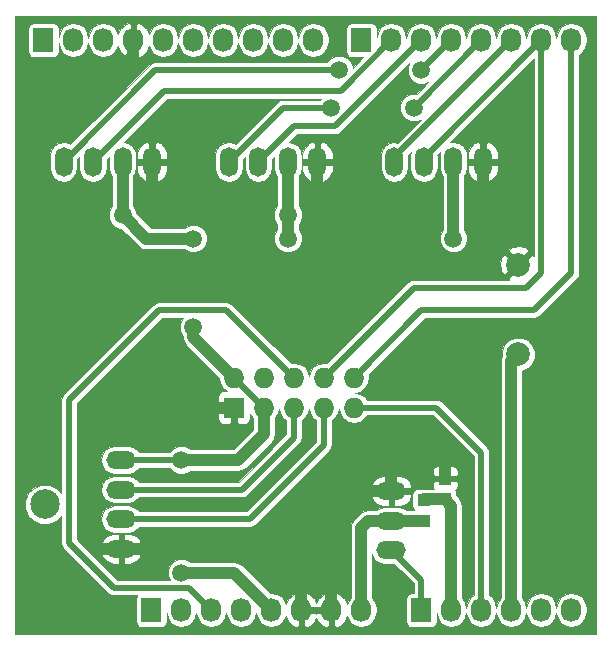
<source format=gbr>
G04 #@! TF.FileFunction,Copper,L2,Bot,Signal*
%FSLAX46Y46*%
G04 Gerber Fmt 4.6, Leading zero omitted, Abs format (unit mm)*
G04 Created by KiCad (PCBNEW 4.0.2-stable) date 2016/05/27 19:37:09*
%MOMM*%
G01*
G04 APERTURE LIST*
%ADD10C,0.100000*%
%ADD11O,2.500000X1.500000*%
%ADD12R,1.727200X1.727200*%
%ADD13O,1.727200X1.727200*%
%ADD14O,1.500000X2.500000*%
%ADD15C,2.500000*%
%ADD16C,2.000000*%
%ADD17R,1.080000X1.050000*%
%ADD18R,1.727200X2.032000*%
%ADD19O,1.727200X2.032000*%
%ADD20C,1.500000*%
%ADD21C,0.500000*%
%ADD22C,1.000000*%
%ADD23C,0.025400*%
G04 APERTURE END LIST*
D10*
D11*
X159258000Y-118745000D03*
X159258000Y-116245000D03*
X159258000Y-113745000D03*
D12*
X145923000Y-106680000D03*
D13*
X145923000Y-104140000D03*
X148463000Y-106680000D03*
X148463000Y-104140000D03*
X151003000Y-106680000D03*
X151003000Y-104140000D03*
X153543000Y-106680000D03*
X153543000Y-104140000D03*
X156083000Y-106680000D03*
X156083000Y-104140000D03*
D14*
X131498000Y-85865000D03*
X133998000Y-85865000D03*
X136498000Y-85865000D03*
X138998000Y-85865000D03*
X145498000Y-85865000D03*
X147998000Y-85865000D03*
X150498000Y-85865000D03*
X152998000Y-85865000D03*
X159498000Y-85865000D03*
X161998000Y-85865000D03*
X164498000Y-85865000D03*
X166998000Y-85865000D03*
D11*
X136398000Y-111125000D03*
X136398000Y-113625000D03*
X136398000Y-116125000D03*
X136398000Y-118625000D03*
D15*
X129898000Y-114875000D03*
D16*
X169998000Y-102164840D03*
X169998000Y-94565160D03*
D17*
X161998000Y-116240000D03*
X161998000Y-114490000D03*
X163798000Y-114440000D03*
X163798000Y-112690000D03*
D18*
X138938000Y-123825000D03*
D19*
X141478000Y-123825000D03*
X144018000Y-123825000D03*
X146558000Y-123825000D03*
X149098000Y-123825000D03*
X151638000Y-123825000D03*
X154178000Y-123825000D03*
X156718000Y-123825000D03*
D18*
X161798000Y-123825000D03*
D19*
X164338000Y-123825000D03*
X166878000Y-123825000D03*
X169418000Y-123825000D03*
X171958000Y-123825000D03*
X174498000Y-123825000D03*
D18*
X129794000Y-75565000D03*
D19*
X132334000Y-75565000D03*
X134874000Y-75565000D03*
X137414000Y-75565000D03*
X139954000Y-75565000D03*
X142494000Y-75565000D03*
X145034000Y-75565000D03*
X147574000Y-75565000D03*
X150114000Y-75565000D03*
X152654000Y-75565000D03*
D18*
X156718000Y-75565000D03*
D19*
X159258000Y-75565000D03*
X161798000Y-75565000D03*
X164338000Y-75565000D03*
X166878000Y-75565000D03*
X169418000Y-75565000D03*
X171958000Y-75565000D03*
X174498000Y-75565000D03*
D20*
X142498000Y-99865000D03*
X142498000Y-92365000D03*
X164498000Y-92365000D03*
X150498000Y-92365000D03*
X150498000Y-90365000D03*
X136498000Y-90365000D03*
X141478000Y-111125000D03*
X141478000Y-120650000D03*
X161798000Y-78105000D03*
X154813000Y-78105000D03*
X161163000Y-81280000D03*
X154178000Y-81280000D03*
D21*
X139573000Y-98425000D02*
X145288000Y-98425000D01*
X142113000Y-121920000D02*
X135763000Y-121920000D01*
X135763000Y-121920000D02*
X131953000Y-118110000D01*
X131953000Y-118110000D02*
X131953000Y-106045000D01*
X144018000Y-123825000D02*
X142113000Y-121920000D01*
X139573000Y-98425000D02*
X131953000Y-106045000D01*
X145288000Y-98425000D02*
X151003000Y-104140000D01*
D22*
X136498000Y-90365000D02*
X138498000Y-92365000D01*
X142498000Y-100715000D02*
X145923000Y-104140000D01*
X142498000Y-99865000D02*
X142498000Y-100715000D01*
X138498000Y-92365000D02*
X142498000Y-92365000D01*
X150498000Y-90365000D02*
X150498000Y-92365000D01*
X164498000Y-92365000D02*
X164498000Y-85865000D01*
X136498000Y-85865000D02*
X136498000Y-90365000D01*
X150498000Y-90365000D02*
X150498000Y-85865000D01*
X148463000Y-106680000D02*
X148463000Y-108950000D01*
X146288000Y-111125000D02*
X141478000Y-111125000D01*
X148463000Y-108950000D02*
X146288000Y-111125000D01*
D21*
X145923000Y-104140000D02*
X148463000Y-106680000D01*
D22*
X149098000Y-123825000D02*
X145923000Y-120650000D01*
X145923000Y-120650000D02*
X141478000Y-120650000D01*
D21*
X136318000Y-85725000D02*
X136398000Y-85805000D01*
X136398000Y-111125000D02*
X141478000Y-111125000D01*
D22*
X159258000Y-113745000D02*
X159258000Y-111205000D01*
X163798000Y-111265000D02*
X163798000Y-112690000D01*
X162198000Y-109665000D02*
X163798000Y-111265000D01*
X160798000Y-109665000D02*
X162198000Y-109665000D01*
X159258000Y-111205000D02*
X160798000Y-109665000D01*
D21*
X169998000Y-94565160D02*
X168297840Y-92865000D01*
X168297840Y-92865000D02*
X166998000Y-92865000D01*
D22*
X137414000Y-75565000D02*
X137414000Y-76949000D01*
X137414000Y-76949000D02*
X129498000Y-84865000D01*
X138998000Y-85865000D02*
X138998000Y-88865000D01*
X139998000Y-89865000D02*
X142998000Y-89865000D01*
X138998000Y-88865000D02*
X139998000Y-89865000D01*
X152998000Y-85865000D02*
X152998000Y-92865000D01*
X152998000Y-92865000D02*
X150998000Y-94865000D01*
X147998000Y-94865000D02*
X134498000Y-94865000D01*
X134498000Y-94865000D02*
X129498000Y-89865000D01*
X129498000Y-89865000D02*
X129498000Y-84865000D01*
X151998000Y-94865000D02*
X150998000Y-94865000D01*
X150998000Y-94865000D02*
X147998000Y-94865000D01*
X147998000Y-94865000D02*
X142998000Y-89865000D01*
X166998000Y-85865000D02*
X166998000Y-92865000D01*
X164998000Y-94865000D02*
X151998000Y-94865000D01*
X166998000Y-92865000D02*
X164998000Y-94865000D01*
X159258000Y-113745000D02*
X156638000Y-113745000D01*
X154178000Y-116205000D02*
X154178000Y-123825000D01*
X156638000Y-113745000D02*
X154178000Y-116205000D01*
X133223000Y-111125000D02*
X137668000Y-106680000D01*
X133223000Y-117475000D02*
X133223000Y-111125000D01*
X137668000Y-106680000D02*
X145923000Y-106680000D01*
X136398000Y-118625000D02*
X148978000Y-118625000D01*
X151638000Y-121285000D02*
X151638000Y-123825000D01*
X148978000Y-118625000D02*
X151638000Y-121285000D01*
X133223000Y-117475000D02*
X134373000Y-118625000D01*
X134373000Y-118625000D02*
X136398000Y-118625000D01*
D21*
X136398000Y-118625000D02*
X134373000Y-118625000D01*
X134373000Y-118625000D02*
X133223000Y-117475000D01*
X151638000Y-123825000D02*
X154178000Y-123825000D01*
D22*
X159258000Y-116245000D02*
X161993000Y-116245000D01*
X161993000Y-116245000D02*
X161998000Y-116240000D01*
X159258000Y-116245000D02*
X157313000Y-116245000D01*
X156718000Y-116840000D02*
X156718000Y-123825000D01*
X157313000Y-116245000D02*
X156718000Y-116840000D01*
D21*
X156718000Y-123825000D02*
X156758000Y-123785000D01*
X159258000Y-118745000D02*
X161798000Y-121285000D01*
X161798000Y-121285000D02*
X161798000Y-123825000D01*
D22*
X164338000Y-123825000D02*
X164338000Y-114980000D01*
X164338000Y-114980000D02*
X163798000Y-114440000D01*
X161998000Y-114490000D02*
X162048000Y-114440000D01*
X162048000Y-114440000D02*
X163798000Y-114440000D01*
D21*
X159258000Y-75565000D02*
X154958000Y-79865000D01*
X139998000Y-79865000D02*
X133998000Y-85865000D01*
X154958000Y-79865000D02*
X139998000Y-79865000D01*
X147998000Y-85865000D02*
X150998000Y-82865000D01*
X154498000Y-82865000D02*
X161798000Y-75565000D01*
X150998000Y-82865000D02*
X154498000Y-82865000D01*
X154813000Y-78105000D02*
X139258000Y-78105000D01*
X164338000Y-75565000D02*
X161798000Y-78105000D01*
X139258000Y-78105000D02*
X131498000Y-85865000D01*
X154178000Y-81280000D02*
X150083000Y-81280000D01*
X166878000Y-75565000D02*
X161163000Y-81280000D01*
X150083000Y-81280000D02*
X145498000Y-85865000D01*
X159498000Y-85865000D02*
X159498000Y-85485000D01*
X159498000Y-85485000D02*
X169418000Y-75565000D01*
X153543000Y-104140000D02*
X161163000Y-96520000D01*
X171958000Y-95250000D02*
X171958000Y-75565000D01*
X170688000Y-96520000D02*
X171958000Y-95250000D01*
X161163000Y-96520000D02*
X170688000Y-96520000D01*
X161998000Y-85865000D02*
X161998000Y-85525000D01*
X161998000Y-85525000D02*
X171958000Y-75565000D01*
X161758000Y-85725000D02*
X161798000Y-85725000D01*
X156083000Y-104140000D02*
X161798000Y-98425000D01*
X174498000Y-95250000D02*
X174498000Y-75565000D01*
X171323000Y-98425000D02*
X174498000Y-95250000D01*
X161798000Y-98425000D02*
X171323000Y-98425000D01*
X151003000Y-106680000D02*
X151003000Y-109220000D01*
X146598000Y-113625000D02*
X136398000Y-113625000D01*
X151003000Y-109220000D02*
X146598000Y-113625000D01*
X136398000Y-116125000D02*
X147273000Y-116125000D01*
X153543000Y-109855000D02*
X153543000Y-106680000D01*
X147273000Y-116125000D02*
X153543000Y-109855000D01*
X156083000Y-106680000D02*
X163068000Y-106680000D01*
X166878000Y-110490000D02*
X166878000Y-123825000D01*
X163068000Y-106680000D02*
X166878000Y-110490000D01*
D22*
X169418000Y-123825000D02*
X169418000Y-102744840D01*
X169418000Y-102744840D02*
X169998000Y-102164840D01*
D23*
G36*
X176550300Y-125877300D02*
X127360700Y-125877300D01*
X127360700Y-115204280D01*
X128235012Y-115204280D01*
X128487610Y-115815613D01*
X128954927Y-116283746D01*
X129565818Y-116537411D01*
X130227280Y-116537988D01*
X130838613Y-116285390D01*
X131290300Y-115834490D01*
X131290300Y-118110000D01*
X131340745Y-118363605D01*
X131484400Y-118578600D01*
X135294398Y-122388597D01*
X135294400Y-122388600D01*
X135509396Y-122532255D01*
X135763000Y-122582701D01*
X135763005Y-122582700D01*
X137729534Y-122582700D01*
X137686767Y-122645291D01*
X137653615Y-122809000D01*
X137653615Y-124841000D01*
X137682392Y-124993937D01*
X137772778Y-125134401D01*
X137910691Y-125228633D01*
X138074400Y-125261785D01*
X139801600Y-125261785D01*
X139954537Y-125233008D01*
X140095001Y-125142622D01*
X140189233Y-125004709D01*
X140222385Y-124841000D01*
X140222385Y-124109380D01*
X140298853Y-124493809D01*
X140575520Y-124907870D01*
X140989581Y-125184537D01*
X141478000Y-125281690D01*
X141966419Y-125184537D01*
X142380480Y-124907870D01*
X142657147Y-124493809D01*
X142748000Y-124037062D01*
X142838853Y-124493809D01*
X143115520Y-124907870D01*
X143529581Y-125184537D01*
X144018000Y-125281690D01*
X144506419Y-125184537D01*
X144920480Y-124907870D01*
X145197147Y-124493809D01*
X145288000Y-124037062D01*
X145378853Y-124493809D01*
X145655520Y-124907870D01*
X146069581Y-125184537D01*
X146558000Y-125281690D01*
X147046419Y-125184537D01*
X147460480Y-124907870D01*
X147737147Y-124493809D01*
X147828000Y-124037062D01*
X147918853Y-124493809D01*
X148195520Y-124907870D01*
X148609581Y-125184537D01*
X149098000Y-125281690D01*
X149586419Y-125184537D01*
X150000480Y-124907870D01*
X150277147Y-124493809D01*
X150311138Y-124322925D01*
X150510759Y-124772438D01*
X150900813Y-125143296D01*
X151186434Y-125285977D01*
X151396700Y-125208092D01*
X151396700Y-124066300D01*
X151879300Y-124066300D01*
X151879300Y-125208092D01*
X152089566Y-125285977D01*
X152375187Y-125143296D01*
X152765241Y-124772438D01*
X152908000Y-124450969D01*
X153050759Y-124772438D01*
X153440813Y-125143296D01*
X153726434Y-125285977D01*
X153936700Y-125208092D01*
X153936700Y-124066300D01*
X152931638Y-124066300D01*
X152908000Y-124117289D01*
X152884362Y-124066300D01*
X151879300Y-124066300D01*
X151396700Y-124066300D01*
X151376700Y-124066300D01*
X151376700Y-123583700D01*
X151396700Y-123583700D01*
X151396700Y-122441908D01*
X151879300Y-122441908D01*
X151879300Y-123583700D01*
X152884362Y-123583700D01*
X152908000Y-123532711D01*
X152931638Y-123583700D01*
X153936700Y-123583700D01*
X153936700Y-122441908D01*
X153726434Y-122364023D01*
X153440813Y-122506704D01*
X153050759Y-122877562D01*
X152908000Y-123199031D01*
X152765241Y-122877562D01*
X152375187Y-122506704D01*
X152089566Y-122364023D01*
X151879300Y-122441908D01*
X151396700Y-122441908D01*
X151186434Y-122364023D01*
X150900813Y-122506704D01*
X150510759Y-122877562D01*
X150311138Y-123327075D01*
X150277147Y-123156191D01*
X150000480Y-122742130D01*
X149586419Y-122465463D01*
X149098000Y-122368310D01*
X148959593Y-122395841D01*
X146568376Y-120004624D01*
X146272275Y-119806775D01*
X145923000Y-119737300D01*
X142209765Y-119737300D01*
X142137477Y-119664885D01*
X141710290Y-119487502D01*
X141247739Y-119487098D01*
X140820244Y-119663736D01*
X140492885Y-119990523D01*
X140315502Y-120417710D01*
X140315098Y-120880261D01*
X140470888Y-121257300D01*
X136037499Y-121257300D01*
X133838694Y-119058494D01*
X134703528Y-119058494D01*
X134828855Y-119352896D01*
X135188792Y-119706632D01*
X135656700Y-119895700D01*
X136156700Y-119895700D01*
X136156700Y-118866300D01*
X136639300Y-118866300D01*
X136639300Y-119895700D01*
X137139300Y-119895700D01*
X137607208Y-119706632D01*
X137967145Y-119352896D01*
X138092472Y-119058494D01*
X138012707Y-118866300D01*
X136639300Y-118866300D01*
X136156700Y-118866300D01*
X134783293Y-118866300D01*
X134703528Y-119058494D01*
X133838694Y-119058494D01*
X132971706Y-118191506D01*
X134703528Y-118191506D01*
X134783293Y-118383700D01*
X136156700Y-118383700D01*
X136156700Y-117354300D01*
X136639300Y-117354300D01*
X136639300Y-118383700D01*
X138012707Y-118383700D01*
X138092472Y-118191506D01*
X137967145Y-117897104D01*
X137607208Y-117543368D01*
X137139300Y-117354300D01*
X136639300Y-117354300D01*
X136156700Y-117354300D01*
X135656700Y-117354300D01*
X135188792Y-117543368D01*
X134828855Y-117897104D01*
X134703528Y-118191506D01*
X132971706Y-118191506D01*
X132615700Y-117835500D01*
X132615700Y-107051475D01*
X144538700Y-107051475D01*
X144538700Y-107647173D01*
X144617972Y-107838553D01*
X144764447Y-107985028D01*
X144955826Y-108064300D01*
X145551525Y-108064300D01*
X145681700Y-107934125D01*
X145681700Y-106921300D01*
X144668875Y-106921300D01*
X144538700Y-107051475D01*
X132615700Y-107051475D01*
X132615700Y-106319500D01*
X139847499Y-99087700D01*
X141630914Y-99087700D01*
X141512885Y-99205523D01*
X141335502Y-99632710D01*
X141335098Y-100095261D01*
X141511736Y-100522756D01*
X141585300Y-100596449D01*
X141585300Y-100715000D01*
X141612405Y-100851264D01*
X141654775Y-101064275D01*
X141852624Y-101360376D01*
X144623447Y-104131199D01*
X144621696Y-104140000D01*
X144718849Y-104628419D01*
X144995516Y-105042480D01*
X145374486Y-105295700D01*
X144955826Y-105295700D01*
X144764447Y-105374972D01*
X144617972Y-105521447D01*
X144538700Y-105712827D01*
X144538700Y-106308525D01*
X144668875Y-106438700D01*
X145681700Y-106438700D01*
X145681700Y-106418700D01*
X146164300Y-106418700D01*
X146164300Y-106438700D01*
X146184300Y-106438700D01*
X146184300Y-106921300D01*
X146164300Y-106921300D01*
X146164300Y-107934125D01*
X146294475Y-108064300D01*
X146890174Y-108064300D01*
X147081553Y-107985028D01*
X147228028Y-107838553D01*
X147307300Y-107647173D01*
X147307300Y-107240931D01*
X147535516Y-107582480D01*
X147550300Y-107592358D01*
X147550300Y-108571947D01*
X145909948Y-110212300D01*
X142209765Y-110212300D01*
X142137477Y-110139885D01*
X141710290Y-109962502D01*
X141247739Y-109962098D01*
X140820244Y-110138736D01*
X140496114Y-110462300D01*
X137859270Y-110462300D01*
X137752727Y-110302847D01*
X137375520Y-110050805D01*
X136930574Y-109962300D01*
X135865426Y-109962300D01*
X135420480Y-110050805D01*
X135043273Y-110302847D01*
X134791231Y-110680054D01*
X134702726Y-111125000D01*
X134791231Y-111569946D01*
X135043273Y-111947153D01*
X135420480Y-112199195D01*
X135865426Y-112287700D01*
X136930574Y-112287700D01*
X137375520Y-112199195D01*
X137752727Y-111947153D01*
X137859270Y-111787700D01*
X140496671Y-111787700D01*
X140818523Y-112110115D01*
X141245710Y-112287498D01*
X141708261Y-112287902D01*
X142135756Y-112111264D01*
X142209449Y-112037700D01*
X146288000Y-112037700D01*
X146637275Y-111968225D01*
X146933376Y-111770376D01*
X149108376Y-109595377D01*
X149306224Y-109299276D01*
X149306225Y-109299275D01*
X149375700Y-108950000D01*
X149375700Y-107592358D01*
X149390484Y-107582480D01*
X149667151Y-107168419D01*
X149733000Y-106837375D01*
X149798849Y-107168419D01*
X150075516Y-107582480D01*
X150340300Y-107759403D01*
X150340300Y-108945501D01*
X146323500Y-112962300D01*
X137859270Y-112962300D01*
X137752727Y-112802847D01*
X137375520Y-112550805D01*
X136930574Y-112462300D01*
X135865426Y-112462300D01*
X135420480Y-112550805D01*
X135043273Y-112802847D01*
X134791231Y-113180054D01*
X134702726Y-113625000D01*
X134791231Y-114069946D01*
X135043273Y-114447153D01*
X135420480Y-114699195D01*
X135865426Y-114787700D01*
X136930574Y-114787700D01*
X137375520Y-114699195D01*
X137752727Y-114447153D01*
X137859270Y-114287700D01*
X146598000Y-114287700D01*
X146851605Y-114237255D01*
X147066600Y-114093600D01*
X151471597Y-109688602D01*
X151471600Y-109688600D01*
X151615255Y-109473604D01*
X151632601Y-109386400D01*
X151665701Y-109220000D01*
X151665700Y-109219995D01*
X151665700Y-107759403D01*
X151930484Y-107582480D01*
X152207151Y-107168419D01*
X152273000Y-106837375D01*
X152338849Y-107168419D01*
X152615516Y-107582480D01*
X152880300Y-107759403D01*
X152880300Y-109580500D01*
X146998500Y-115462300D01*
X137859270Y-115462300D01*
X137752727Y-115302847D01*
X137375520Y-115050805D01*
X136930574Y-114962300D01*
X135865426Y-114962300D01*
X135420480Y-115050805D01*
X135043273Y-115302847D01*
X134791231Y-115680054D01*
X134702726Y-116125000D01*
X134791231Y-116569946D01*
X135043273Y-116947153D01*
X135420480Y-117199195D01*
X135865426Y-117287700D01*
X136930574Y-117287700D01*
X137375520Y-117199195D01*
X137752727Y-116947153D01*
X137859270Y-116787700D01*
X147273000Y-116787700D01*
X147526605Y-116737255D01*
X147741600Y-116593600D01*
X150156706Y-114178494D01*
X157563528Y-114178494D01*
X157688855Y-114472896D01*
X158048792Y-114826632D01*
X158516700Y-115015700D01*
X159016700Y-115015700D01*
X159016700Y-113986300D01*
X159499300Y-113986300D01*
X159499300Y-115015700D01*
X159999300Y-115015700D01*
X160467208Y-114826632D01*
X160827145Y-114472896D01*
X160952472Y-114178494D01*
X160872707Y-113986300D01*
X159499300Y-113986300D01*
X159016700Y-113986300D01*
X157643293Y-113986300D01*
X157563528Y-114178494D01*
X150156706Y-114178494D01*
X151023694Y-113311506D01*
X157563528Y-113311506D01*
X157643293Y-113503700D01*
X159016700Y-113503700D01*
X159016700Y-112474300D01*
X159499300Y-112474300D01*
X159499300Y-113503700D01*
X160872707Y-113503700D01*
X160952472Y-113311506D01*
X160827145Y-113017104D01*
X160467208Y-112663368D01*
X159999300Y-112474300D01*
X159499300Y-112474300D01*
X159016700Y-112474300D01*
X158516700Y-112474300D01*
X158048792Y-112663368D01*
X157688855Y-113017104D01*
X157563528Y-113311506D01*
X151023694Y-113311506D01*
X152273774Y-112061426D01*
X162737300Y-112061426D01*
X162737300Y-112318525D01*
X162867475Y-112448700D01*
X163556700Y-112448700D01*
X163556700Y-111774475D01*
X164039300Y-111774475D01*
X164039300Y-112448700D01*
X164728525Y-112448700D01*
X164858700Y-112318525D01*
X164858700Y-112061426D01*
X164779428Y-111870047D01*
X164632953Y-111723572D01*
X164441573Y-111644300D01*
X164169475Y-111644300D01*
X164039300Y-111774475D01*
X163556700Y-111774475D01*
X163426525Y-111644300D01*
X163154427Y-111644300D01*
X162963047Y-111723572D01*
X162816572Y-111870047D01*
X162737300Y-112061426D01*
X152273774Y-112061426D01*
X154011600Y-110323600D01*
X154155255Y-110108605D01*
X154205700Y-109855000D01*
X154205700Y-107759403D01*
X154470484Y-107582480D01*
X154747151Y-107168419D01*
X154813000Y-106837375D01*
X154878849Y-107168419D01*
X155155516Y-107582480D01*
X155569577Y-107859147D01*
X156057996Y-107956300D01*
X156108004Y-107956300D01*
X156596423Y-107859147D01*
X157010484Y-107582480D01*
X157170700Y-107342700D01*
X162793500Y-107342700D01*
X166215300Y-110764499D01*
X166215300Y-122581914D01*
X165975520Y-122742130D01*
X165698853Y-123156191D01*
X165608000Y-123612938D01*
X165517147Y-123156191D01*
X165250700Y-122757425D01*
X165250700Y-114980000D01*
X165181225Y-114630725D01*
X165181225Y-114630724D01*
X164983376Y-114334623D01*
X164758785Y-114110032D01*
X164758785Y-113915000D01*
X164730008Y-113762063D01*
X164650648Y-113638733D01*
X164779428Y-113509953D01*
X164858700Y-113318574D01*
X164858700Y-113061475D01*
X164728525Y-112931300D01*
X164039300Y-112931300D01*
X164039300Y-112951300D01*
X163556700Y-112951300D01*
X163556700Y-112931300D01*
X162867475Y-112931300D01*
X162737300Y-113061475D01*
X162737300Y-113318574D01*
X162816572Y-113509953D01*
X162833919Y-113527300D01*
X162048000Y-113527300D01*
X161962962Y-113544215D01*
X161458000Y-113544215D01*
X161305063Y-113572992D01*
X161164599Y-113663378D01*
X161070367Y-113801291D01*
X161037215Y-113965000D01*
X161037215Y-115015000D01*
X161065992Y-115167937D01*
X161156378Y-115308401D01*
X161191355Y-115332300D01*
X160477214Y-115332300D01*
X160235520Y-115170805D01*
X159790574Y-115082300D01*
X158725426Y-115082300D01*
X158280480Y-115170805D01*
X158038786Y-115332300D01*
X157313000Y-115332300D01*
X156988862Y-115396775D01*
X156963725Y-115401775D01*
X156667624Y-115599624D01*
X156072624Y-116194624D01*
X155874775Y-116490725D01*
X155805300Y-116840000D01*
X155805300Y-122757425D01*
X155538853Y-123156191D01*
X155504862Y-123327075D01*
X155305241Y-122877562D01*
X154915187Y-122506704D01*
X154629566Y-122364023D01*
X154419300Y-122441908D01*
X154419300Y-123583700D01*
X154439300Y-123583700D01*
X154439300Y-124066300D01*
X154419300Y-124066300D01*
X154419300Y-125208092D01*
X154629566Y-125285977D01*
X154915187Y-125143296D01*
X155305241Y-124772438D01*
X155504862Y-124322925D01*
X155538853Y-124493809D01*
X155815520Y-124907870D01*
X156229581Y-125184537D01*
X156718000Y-125281690D01*
X157206419Y-125184537D01*
X157620480Y-124907870D01*
X157897147Y-124493809D01*
X157994300Y-124005390D01*
X157994300Y-123644610D01*
X157897147Y-123156191D01*
X157630700Y-122757425D01*
X157630700Y-119086729D01*
X157651231Y-119189946D01*
X157903273Y-119567153D01*
X158280480Y-119819195D01*
X158725426Y-119907700D01*
X159483500Y-119907700D01*
X161135300Y-121559499D01*
X161135300Y-122388215D01*
X160934400Y-122388215D01*
X160781463Y-122416992D01*
X160640999Y-122507378D01*
X160546767Y-122645291D01*
X160513615Y-122809000D01*
X160513615Y-124841000D01*
X160542392Y-124993937D01*
X160632778Y-125134401D01*
X160770691Y-125228633D01*
X160934400Y-125261785D01*
X162661600Y-125261785D01*
X162814537Y-125233008D01*
X162955001Y-125142622D01*
X163049233Y-125004709D01*
X163082385Y-124841000D01*
X163082385Y-124109380D01*
X163158853Y-124493809D01*
X163435520Y-124907870D01*
X163849581Y-125184537D01*
X164338000Y-125281690D01*
X164826419Y-125184537D01*
X165240480Y-124907870D01*
X165517147Y-124493809D01*
X165608000Y-124037062D01*
X165698853Y-124493809D01*
X165975520Y-124907870D01*
X166389581Y-125184537D01*
X166878000Y-125281690D01*
X167366419Y-125184537D01*
X167780480Y-124907870D01*
X168057147Y-124493809D01*
X168148000Y-124037062D01*
X168238853Y-124493809D01*
X168515520Y-124907870D01*
X168929581Y-125184537D01*
X169418000Y-125281690D01*
X169906419Y-125184537D01*
X170320480Y-124907870D01*
X170597147Y-124493809D01*
X170688000Y-124037062D01*
X170778853Y-124493809D01*
X171055520Y-124907870D01*
X171469581Y-125184537D01*
X171958000Y-125281690D01*
X172446419Y-125184537D01*
X172860480Y-124907870D01*
X173137147Y-124493809D01*
X173228000Y-124037062D01*
X173318853Y-124493809D01*
X173595520Y-124907870D01*
X174009581Y-125184537D01*
X174498000Y-125281690D01*
X174986419Y-125184537D01*
X175400480Y-124907870D01*
X175677147Y-124493809D01*
X175774300Y-124005390D01*
X175774300Y-123644610D01*
X175677147Y-123156191D01*
X175400480Y-122742130D01*
X174986419Y-122465463D01*
X174498000Y-122368310D01*
X174009581Y-122465463D01*
X173595520Y-122742130D01*
X173318853Y-123156191D01*
X173228000Y-123612938D01*
X173137147Y-123156191D01*
X172860480Y-122742130D01*
X172446419Y-122465463D01*
X171958000Y-122368310D01*
X171469581Y-122465463D01*
X171055520Y-122742130D01*
X170778853Y-123156191D01*
X170688000Y-123612938D01*
X170597147Y-123156191D01*
X170330700Y-122757425D01*
X170330700Y-103555914D01*
X170797185Y-103363167D01*
X171194930Y-102966115D01*
X171410454Y-102447076D01*
X171410944Y-101885070D01*
X171196327Y-101365655D01*
X170799275Y-100967910D01*
X170280236Y-100752386D01*
X169718230Y-100751896D01*
X169198815Y-100966513D01*
X168801070Y-101363565D01*
X168585546Y-101882604D01*
X168585112Y-102380094D01*
X168574775Y-102395565D01*
X168505300Y-102744840D01*
X168505300Y-122757425D01*
X168238853Y-123156191D01*
X168148000Y-123612938D01*
X168057147Y-123156191D01*
X167780480Y-122742130D01*
X167540700Y-122581914D01*
X167540700Y-110490005D01*
X167540701Y-110490000D01*
X167490255Y-110236396D01*
X167474155Y-110212300D01*
X167346600Y-110021400D01*
X167346597Y-110021398D01*
X163536600Y-106211400D01*
X163321605Y-106067745D01*
X163068000Y-106017300D01*
X157170700Y-106017300D01*
X157010484Y-105777520D01*
X156596423Y-105500853D01*
X156139676Y-105410000D01*
X156596423Y-105319147D01*
X157010484Y-105042480D01*
X157287151Y-104628419D01*
X157384304Y-104140000D01*
X157323895Y-103836305D01*
X162072499Y-99087700D01*
X171323000Y-99087700D01*
X171576605Y-99037255D01*
X171791600Y-98893600D01*
X174966600Y-95718600D01*
X175110255Y-95503605D01*
X175160700Y-95250000D01*
X175160700Y-76808086D01*
X175400480Y-76647870D01*
X175677147Y-76233809D01*
X175774300Y-75745390D01*
X175774300Y-75384610D01*
X175677147Y-74896191D01*
X175400480Y-74482130D01*
X174986419Y-74205463D01*
X174498000Y-74108310D01*
X174009581Y-74205463D01*
X173595520Y-74482130D01*
X173318853Y-74896191D01*
X173228000Y-75352938D01*
X173137147Y-74896191D01*
X172860480Y-74482130D01*
X172446419Y-74205463D01*
X171958000Y-74108310D01*
X171469581Y-74205463D01*
X171055520Y-74482130D01*
X170778853Y-74896191D01*
X170688000Y-75352938D01*
X170597147Y-74896191D01*
X170320480Y-74482130D01*
X169906419Y-74205463D01*
X169418000Y-74108310D01*
X168929581Y-74205463D01*
X168515520Y-74482130D01*
X168238853Y-74896191D01*
X168148000Y-75352938D01*
X168057147Y-74896191D01*
X167780480Y-74482130D01*
X167366419Y-74205463D01*
X166878000Y-74108310D01*
X166389581Y-74205463D01*
X165975520Y-74482130D01*
X165698853Y-74896191D01*
X165608000Y-75352938D01*
X165517147Y-74896191D01*
X165240480Y-74482130D01*
X164826419Y-74205463D01*
X164338000Y-74108310D01*
X163849581Y-74205463D01*
X163435520Y-74482130D01*
X163158853Y-74896191D01*
X163068000Y-75352938D01*
X162977147Y-74896191D01*
X162700480Y-74482130D01*
X162286419Y-74205463D01*
X161798000Y-74108310D01*
X161309581Y-74205463D01*
X160895520Y-74482130D01*
X160618853Y-74896191D01*
X160528000Y-75352938D01*
X160437147Y-74896191D01*
X160160480Y-74482130D01*
X159746419Y-74205463D01*
X159258000Y-74108310D01*
X158769581Y-74205463D01*
X158355520Y-74482130D01*
X158078853Y-74896191D01*
X158002385Y-75280620D01*
X158002385Y-74549000D01*
X157973608Y-74396063D01*
X157883222Y-74255599D01*
X157745309Y-74161367D01*
X157581600Y-74128215D01*
X155854400Y-74128215D01*
X155701463Y-74156992D01*
X155560999Y-74247378D01*
X155466767Y-74385291D01*
X155433615Y-74549000D01*
X155433615Y-76581000D01*
X155462392Y-76733937D01*
X155552778Y-76874401D01*
X155690691Y-76968633D01*
X155854400Y-77001785D01*
X156884016Y-77001785D01*
X155975871Y-77909929D01*
X155975902Y-77874739D01*
X155799264Y-77447244D01*
X155472477Y-77119885D01*
X155045290Y-76942502D01*
X154582739Y-76942098D01*
X154155244Y-77118736D01*
X153831114Y-77442300D01*
X139258000Y-77442300D01*
X139004395Y-77492745D01*
X138918280Y-77550285D01*
X138789400Y-77636400D01*
X138789398Y-77636403D01*
X132077598Y-84348202D01*
X131942946Y-84258231D01*
X131498000Y-84169726D01*
X131053054Y-84258231D01*
X130675847Y-84510273D01*
X130423805Y-84887480D01*
X130335300Y-85332426D01*
X130335300Y-86397574D01*
X130423805Y-86842520D01*
X130675847Y-87219727D01*
X131053054Y-87471769D01*
X131498000Y-87560274D01*
X131942946Y-87471769D01*
X132320153Y-87219727D01*
X132572195Y-86842520D01*
X132660700Y-86397574D01*
X132660700Y-85639500D01*
X132835300Y-85464900D01*
X132835300Y-86397574D01*
X132923805Y-86842520D01*
X133175847Y-87219727D01*
X133553054Y-87471769D01*
X133998000Y-87560274D01*
X134442946Y-87471769D01*
X134820153Y-87219727D01*
X135072195Y-86842520D01*
X135160700Y-86397574D01*
X135160700Y-85639500D01*
X135335300Y-85464900D01*
X135335300Y-86397574D01*
X135423805Y-86842520D01*
X135585300Y-87084214D01*
X135585300Y-89633235D01*
X135512885Y-89705523D01*
X135335502Y-90132710D01*
X135335098Y-90595261D01*
X135511736Y-91022756D01*
X135838523Y-91350115D01*
X136265710Y-91527498D01*
X136369837Y-91527589D01*
X137852624Y-93010376D01*
X138148725Y-93208225D01*
X138498000Y-93277700D01*
X141766235Y-93277700D01*
X141838523Y-93350115D01*
X142265710Y-93527498D01*
X142728261Y-93527902D01*
X143155756Y-93351264D01*
X143483115Y-93024477D01*
X143660498Y-92597290D01*
X143660902Y-92134739D01*
X143484264Y-91707244D01*
X143157477Y-91379885D01*
X142730290Y-91202502D01*
X142267739Y-91202098D01*
X141840244Y-91378736D01*
X141766551Y-91452300D01*
X138876052Y-91452300D01*
X137660813Y-90237061D01*
X137660902Y-90134739D01*
X137484264Y-89707244D01*
X137410700Y-89633551D01*
X137410700Y-87084214D01*
X137572195Y-86842520D01*
X137660700Y-86397574D01*
X137660700Y-86106300D01*
X137727300Y-86106300D01*
X137727300Y-86606300D01*
X137916368Y-87074208D01*
X138270104Y-87434145D01*
X138564506Y-87559472D01*
X138756700Y-87479707D01*
X138756700Y-86106300D01*
X139239300Y-86106300D01*
X139239300Y-87479707D01*
X139431494Y-87559472D01*
X139725896Y-87434145D01*
X140079632Y-87074208D01*
X140268700Y-86606300D01*
X140268700Y-86106300D01*
X139239300Y-86106300D01*
X138756700Y-86106300D01*
X137727300Y-86106300D01*
X137660700Y-86106300D01*
X137660700Y-85332426D01*
X137619182Y-85123700D01*
X137727300Y-85123700D01*
X137727300Y-85623700D01*
X138756700Y-85623700D01*
X138756700Y-84250293D01*
X139239300Y-84250293D01*
X139239300Y-85623700D01*
X140268700Y-85623700D01*
X140268700Y-85123700D01*
X140079632Y-84655792D01*
X139725896Y-84295855D01*
X139431494Y-84170528D01*
X139239300Y-84250293D01*
X138756700Y-84250293D01*
X138564506Y-84170528D01*
X138270104Y-84295855D01*
X137916368Y-84655792D01*
X137727300Y-85123700D01*
X137619182Y-85123700D01*
X137572195Y-84887480D01*
X137320153Y-84510273D01*
X136942946Y-84258231D01*
X136608495Y-84191705D01*
X140272499Y-80527700D01*
X153285870Y-80527700D01*
X153196114Y-80617300D01*
X150083000Y-80617300D01*
X149829395Y-80667745D01*
X149614400Y-80811400D01*
X146077598Y-84348202D01*
X145942946Y-84258231D01*
X145498000Y-84169726D01*
X145053054Y-84258231D01*
X144675847Y-84510273D01*
X144423805Y-84887480D01*
X144335300Y-85332426D01*
X144335300Y-86397574D01*
X144423805Y-86842520D01*
X144675847Y-87219727D01*
X145053054Y-87471769D01*
X145498000Y-87560274D01*
X145942946Y-87471769D01*
X146320153Y-87219727D01*
X146572195Y-86842520D01*
X146660700Y-86397574D01*
X146660700Y-85639500D01*
X146835300Y-85464900D01*
X146835300Y-86397574D01*
X146923805Y-86842520D01*
X147175847Y-87219727D01*
X147553054Y-87471769D01*
X147998000Y-87560274D01*
X148442946Y-87471769D01*
X148820153Y-87219727D01*
X149072195Y-86842520D01*
X149160700Y-86397574D01*
X149160700Y-85639500D01*
X149335300Y-85464900D01*
X149335300Y-86397574D01*
X149423805Y-86842520D01*
X149585300Y-87084214D01*
X149585300Y-89633235D01*
X149512885Y-89705523D01*
X149335502Y-90132710D01*
X149335098Y-90595261D01*
X149511736Y-91022756D01*
X149585300Y-91096449D01*
X149585300Y-91633235D01*
X149512885Y-91705523D01*
X149335502Y-92132710D01*
X149335098Y-92595261D01*
X149511736Y-93022756D01*
X149838523Y-93350115D01*
X150265710Y-93527498D01*
X150728261Y-93527902D01*
X151155756Y-93351264D01*
X151483115Y-93024477D01*
X151660498Y-92597290D01*
X151660902Y-92134739D01*
X151484264Y-91707244D01*
X151410700Y-91633551D01*
X151410700Y-91096765D01*
X151483115Y-91024477D01*
X151660498Y-90597290D01*
X151660902Y-90134739D01*
X151484264Y-89707244D01*
X151410700Y-89633551D01*
X151410700Y-87084214D01*
X151572195Y-86842520D01*
X151660700Y-86397574D01*
X151660700Y-86106300D01*
X151727300Y-86106300D01*
X151727300Y-86606300D01*
X151916368Y-87074208D01*
X152270104Y-87434145D01*
X152564506Y-87559472D01*
X152756700Y-87479707D01*
X152756700Y-86106300D01*
X153239300Y-86106300D01*
X153239300Y-87479707D01*
X153431494Y-87559472D01*
X153725896Y-87434145D01*
X154079632Y-87074208D01*
X154268700Y-86606300D01*
X154268700Y-86106300D01*
X153239300Y-86106300D01*
X152756700Y-86106300D01*
X151727300Y-86106300D01*
X151660700Y-86106300D01*
X151660700Y-85332426D01*
X151619182Y-85123700D01*
X151727300Y-85123700D01*
X151727300Y-85623700D01*
X152756700Y-85623700D01*
X152756700Y-84250293D01*
X153239300Y-84250293D01*
X153239300Y-85623700D01*
X154268700Y-85623700D01*
X154268700Y-85123700D01*
X154079632Y-84655792D01*
X153725896Y-84295855D01*
X153431494Y-84170528D01*
X153239300Y-84250293D01*
X152756700Y-84250293D01*
X152564506Y-84170528D01*
X152270104Y-84295855D01*
X151916368Y-84655792D01*
X151727300Y-85123700D01*
X151619182Y-85123700D01*
X151572195Y-84887480D01*
X151320153Y-84510273D01*
X150942946Y-84258231D01*
X150608495Y-84191705D01*
X151272499Y-83527700D01*
X154498000Y-83527700D01*
X154751605Y-83477255D01*
X154966600Y-83333600D01*
X160783209Y-77516991D01*
X160635502Y-77872710D01*
X160635098Y-78335261D01*
X160811736Y-78762756D01*
X161138523Y-79090115D01*
X161565710Y-79267498D01*
X162028261Y-79267902D01*
X162385512Y-79120288D01*
X161388304Y-80117496D01*
X160932739Y-80117098D01*
X160505244Y-80293736D01*
X160177885Y-80620523D01*
X160000502Y-81047710D01*
X160000098Y-81510261D01*
X160176736Y-81937756D01*
X160503523Y-82265115D01*
X160930710Y-82442498D01*
X161393261Y-82442902D01*
X161750512Y-82295288D01*
X159813348Y-84232452D01*
X159498000Y-84169726D01*
X159053054Y-84258231D01*
X158675847Y-84510273D01*
X158423805Y-84887480D01*
X158335300Y-85332426D01*
X158335300Y-86397574D01*
X158423805Y-86842520D01*
X158675847Y-87219727D01*
X159053054Y-87471769D01*
X159498000Y-87560274D01*
X159942946Y-87471769D01*
X160320153Y-87219727D01*
X160572195Y-86842520D01*
X160660700Y-86397574D01*
X160660700Y-85332426D01*
X160648601Y-85271599D01*
X160896761Y-85023439D01*
X160835300Y-85332426D01*
X160835300Y-86397574D01*
X160923805Y-86842520D01*
X161175847Y-87219727D01*
X161553054Y-87471769D01*
X161998000Y-87560274D01*
X162442946Y-87471769D01*
X162820153Y-87219727D01*
X163072195Y-86842520D01*
X163160700Y-86397574D01*
X163160700Y-85332426D01*
X163155237Y-85304963D01*
X163386829Y-85073371D01*
X163335300Y-85332426D01*
X163335300Y-86397574D01*
X163423805Y-86842520D01*
X163585300Y-87084214D01*
X163585300Y-91633235D01*
X163512885Y-91705523D01*
X163335502Y-92132710D01*
X163335098Y-92595261D01*
X163511736Y-93022756D01*
X163838523Y-93350115D01*
X164265710Y-93527498D01*
X164728261Y-93527902D01*
X165026141Y-93404820D01*
X169178909Y-93404820D01*
X169998000Y-94223910D01*
X170817091Y-93404820D01*
X170703036Y-93184237D01*
X170120912Y-93019548D01*
X169520076Y-93090164D01*
X169292964Y-93184237D01*
X169178909Y-93404820D01*
X165026141Y-93404820D01*
X165155756Y-93351264D01*
X165483115Y-93024477D01*
X165660498Y-92597290D01*
X165660902Y-92134739D01*
X165484264Y-91707244D01*
X165410700Y-91633551D01*
X165410700Y-87084214D01*
X165572195Y-86842520D01*
X165660700Y-86397574D01*
X165660700Y-86106300D01*
X165727300Y-86106300D01*
X165727300Y-86606300D01*
X165916368Y-87074208D01*
X166270104Y-87434145D01*
X166564506Y-87559472D01*
X166756700Y-87479707D01*
X166756700Y-86106300D01*
X167239300Y-86106300D01*
X167239300Y-87479707D01*
X167431494Y-87559472D01*
X167725896Y-87434145D01*
X168079632Y-87074208D01*
X168268700Y-86606300D01*
X168268700Y-86106300D01*
X167239300Y-86106300D01*
X166756700Y-86106300D01*
X165727300Y-86106300D01*
X165660700Y-86106300D01*
X165660700Y-85332426D01*
X165619182Y-85123700D01*
X165727300Y-85123700D01*
X165727300Y-85623700D01*
X166756700Y-85623700D01*
X166756700Y-84250293D01*
X167239300Y-84250293D01*
X167239300Y-85623700D01*
X168268700Y-85623700D01*
X168268700Y-85123700D01*
X168079632Y-84655792D01*
X167725896Y-84295855D01*
X167431494Y-84170528D01*
X167239300Y-84250293D01*
X166756700Y-84250293D01*
X166564506Y-84170528D01*
X166270104Y-84295855D01*
X165916368Y-84655792D01*
X165727300Y-85123700D01*
X165619182Y-85123700D01*
X165572195Y-84887480D01*
X165320153Y-84510273D01*
X164942946Y-84258231D01*
X164498000Y-84169726D01*
X164238945Y-84221255D01*
X171295300Y-77164900D01*
X171295300Y-93816886D01*
X171158340Y-93746069D01*
X170339250Y-94565160D01*
X170353392Y-94579302D01*
X170012142Y-94920552D01*
X169998000Y-94906410D01*
X169178909Y-95725500D01*
X169247058Y-95857300D01*
X161163000Y-95857300D01*
X160909395Y-95907745D01*
X160852019Y-95946083D01*
X160694400Y-96051400D01*
X160694398Y-96051403D01*
X153829988Y-102915812D01*
X153568004Y-102863700D01*
X153517996Y-102863700D01*
X153029577Y-102960853D01*
X152615516Y-103237520D01*
X152338849Y-103651581D01*
X152273000Y-103982625D01*
X152207151Y-103651581D01*
X151930484Y-103237520D01*
X151516423Y-102960853D01*
X151028004Y-102863700D01*
X150977996Y-102863700D01*
X150716011Y-102915812D01*
X145756600Y-97956400D01*
X145541605Y-97812745D01*
X145288000Y-97762300D01*
X139573000Y-97762300D01*
X139319395Y-97812745D01*
X139233280Y-97870285D01*
X139104400Y-97956400D01*
X139104398Y-97956403D01*
X131484400Y-105576400D01*
X131340745Y-105791395D01*
X131295810Y-106017300D01*
X131290300Y-106045000D01*
X131290300Y-113916265D01*
X130841073Y-113466254D01*
X130230182Y-113212589D01*
X129568720Y-113212012D01*
X128957387Y-113464610D01*
X128489254Y-113931927D01*
X128235589Y-114542818D01*
X128235012Y-115204280D01*
X127360700Y-115204280D01*
X127360700Y-94442248D01*
X168452388Y-94442248D01*
X168523004Y-95043084D01*
X168617077Y-95270196D01*
X168837660Y-95384251D01*
X169656750Y-94565160D01*
X168837660Y-93746069D01*
X168617077Y-93860124D01*
X168452388Y-94442248D01*
X127360700Y-94442248D01*
X127360700Y-74549000D01*
X128509615Y-74549000D01*
X128509615Y-76581000D01*
X128538392Y-76733937D01*
X128628778Y-76874401D01*
X128766691Y-76968633D01*
X128930400Y-77001785D01*
X130657600Y-77001785D01*
X130810537Y-76973008D01*
X130951001Y-76882622D01*
X131045233Y-76744709D01*
X131078385Y-76581000D01*
X131078385Y-75849380D01*
X131154853Y-76233809D01*
X131431520Y-76647870D01*
X131845581Y-76924537D01*
X132334000Y-77021690D01*
X132822419Y-76924537D01*
X133236480Y-76647870D01*
X133513147Y-76233809D01*
X133604000Y-75777062D01*
X133694853Y-76233809D01*
X133971520Y-76647870D01*
X134385581Y-76924537D01*
X134874000Y-77021690D01*
X135362419Y-76924537D01*
X135776480Y-76647870D01*
X136053147Y-76233809D01*
X136087138Y-76062925D01*
X136286759Y-76512438D01*
X136676813Y-76883296D01*
X136962434Y-77025977D01*
X137172700Y-76948092D01*
X137172700Y-75806300D01*
X137152700Y-75806300D01*
X137152700Y-75323700D01*
X137172700Y-75323700D01*
X137172700Y-74181908D01*
X137655300Y-74181908D01*
X137655300Y-75323700D01*
X137675300Y-75323700D01*
X137675300Y-75806300D01*
X137655300Y-75806300D01*
X137655300Y-76948092D01*
X137865566Y-77025977D01*
X138151187Y-76883296D01*
X138541241Y-76512438D01*
X138740862Y-76062925D01*
X138774853Y-76233809D01*
X139051520Y-76647870D01*
X139465581Y-76924537D01*
X139954000Y-77021690D01*
X140442419Y-76924537D01*
X140856480Y-76647870D01*
X141133147Y-76233809D01*
X141224000Y-75777062D01*
X141314853Y-76233809D01*
X141591520Y-76647870D01*
X142005581Y-76924537D01*
X142494000Y-77021690D01*
X142982419Y-76924537D01*
X143396480Y-76647870D01*
X143673147Y-76233809D01*
X143764000Y-75777062D01*
X143854853Y-76233809D01*
X144131520Y-76647870D01*
X144545581Y-76924537D01*
X145034000Y-77021690D01*
X145522419Y-76924537D01*
X145936480Y-76647870D01*
X146213147Y-76233809D01*
X146304000Y-75777062D01*
X146394853Y-76233809D01*
X146671520Y-76647870D01*
X147085581Y-76924537D01*
X147574000Y-77021690D01*
X148062419Y-76924537D01*
X148476480Y-76647870D01*
X148753147Y-76233809D01*
X148844000Y-75777062D01*
X148934853Y-76233809D01*
X149211520Y-76647870D01*
X149625581Y-76924537D01*
X150114000Y-77021690D01*
X150602419Y-76924537D01*
X151016480Y-76647870D01*
X151293147Y-76233809D01*
X151384000Y-75777062D01*
X151474853Y-76233809D01*
X151751520Y-76647870D01*
X152165581Y-76924537D01*
X152654000Y-77021690D01*
X153142419Y-76924537D01*
X153556480Y-76647870D01*
X153833147Y-76233809D01*
X153930300Y-75745390D01*
X153930300Y-75384610D01*
X153833147Y-74896191D01*
X153556480Y-74482130D01*
X153142419Y-74205463D01*
X152654000Y-74108310D01*
X152165581Y-74205463D01*
X151751520Y-74482130D01*
X151474853Y-74896191D01*
X151384000Y-75352938D01*
X151293147Y-74896191D01*
X151016480Y-74482130D01*
X150602419Y-74205463D01*
X150114000Y-74108310D01*
X149625581Y-74205463D01*
X149211520Y-74482130D01*
X148934853Y-74896191D01*
X148844000Y-75352938D01*
X148753147Y-74896191D01*
X148476480Y-74482130D01*
X148062419Y-74205463D01*
X147574000Y-74108310D01*
X147085581Y-74205463D01*
X146671520Y-74482130D01*
X146394853Y-74896191D01*
X146304000Y-75352938D01*
X146213147Y-74896191D01*
X145936480Y-74482130D01*
X145522419Y-74205463D01*
X145034000Y-74108310D01*
X144545581Y-74205463D01*
X144131520Y-74482130D01*
X143854853Y-74896191D01*
X143764000Y-75352938D01*
X143673147Y-74896191D01*
X143396480Y-74482130D01*
X142982419Y-74205463D01*
X142494000Y-74108310D01*
X142005581Y-74205463D01*
X141591520Y-74482130D01*
X141314853Y-74896191D01*
X141224000Y-75352938D01*
X141133147Y-74896191D01*
X140856480Y-74482130D01*
X140442419Y-74205463D01*
X139954000Y-74108310D01*
X139465581Y-74205463D01*
X139051520Y-74482130D01*
X138774853Y-74896191D01*
X138740862Y-75067075D01*
X138541241Y-74617562D01*
X138151187Y-74246704D01*
X137865566Y-74104023D01*
X137655300Y-74181908D01*
X137172700Y-74181908D01*
X136962434Y-74104023D01*
X136676813Y-74246704D01*
X136286759Y-74617562D01*
X136087138Y-75067075D01*
X136053147Y-74896191D01*
X135776480Y-74482130D01*
X135362419Y-74205463D01*
X134874000Y-74108310D01*
X134385581Y-74205463D01*
X133971520Y-74482130D01*
X133694853Y-74896191D01*
X133604000Y-75352938D01*
X133513147Y-74896191D01*
X133236480Y-74482130D01*
X132822419Y-74205463D01*
X132334000Y-74108310D01*
X131845581Y-74205463D01*
X131431520Y-74482130D01*
X131154853Y-74896191D01*
X131078385Y-75280620D01*
X131078385Y-74549000D01*
X131049608Y-74396063D01*
X130959222Y-74255599D01*
X130821309Y-74161367D01*
X130657600Y-74128215D01*
X128930400Y-74128215D01*
X128777463Y-74156992D01*
X128636999Y-74247378D01*
X128542767Y-74385291D01*
X128509615Y-74549000D01*
X127360700Y-74549000D01*
X127360700Y-73512700D01*
X176550300Y-73512700D01*
X176550300Y-125877300D01*
X176550300Y-125877300D01*
G37*
X176550300Y-125877300D02*
X127360700Y-125877300D01*
X127360700Y-115204280D01*
X128235012Y-115204280D01*
X128487610Y-115815613D01*
X128954927Y-116283746D01*
X129565818Y-116537411D01*
X130227280Y-116537988D01*
X130838613Y-116285390D01*
X131290300Y-115834490D01*
X131290300Y-118110000D01*
X131340745Y-118363605D01*
X131484400Y-118578600D01*
X135294398Y-122388597D01*
X135294400Y-122388600D01*
X135509396Y-122532255D01*
X135763000Y-122582701D01*
X135763005Y-122582700D01*
X137729534Y-122582700D01*
X137686767Y-122645291D01*
X137653615Y-122809000D01*
X137653615Y-124841000D01*
X137682392Y-124993937D01*
X137772778Y-125134401D01*
X137910691Y-125228633D01*
X138074400Y-125261785D01*
X139801600Y-125261785D01*
X139954537Y-125233008D01*
X140095001Y-125142622D01*
X140189233Y-125004709D01*
X140222385Y-124841000D01*
X140222385Y-124109380D01*
X140298853Y-124493809D01*
X140575520Y-124907870D01*
X140989581Y-125184537D01*
X141478000Y-125281690D01*
X141966419Y-125184537D01*
X142380480Y-124907870D01*
X142657147Y-124493809D01*
X142748000Y-124037062D01*
X142838853Y-124493809D01*
X143115520Y-124907870D01*
X143529581Y-125184537D01*
X144018000Y-125281690D01*
X144506419Y-125184537D01*
X144920480Y-124907870D01*
X145197147Y-124493809D01*
X145288000Y-124037062D01*
X145378853Y-124493809D01*
X145655520Y-124907870D01*
X146069581Y-125184537D01*
X146558000Y-125281690D01*
X147046419Y-125184537D01*
X147460480Y-124907870D01*
X147737147Y-124493809D01*
X147828000Y-124037062D01*
X147918853Y-124493809D01*
X148195520Y-124907870D01*
X148609581Y-125184537D01*
X149098000Y-125281690D01*
X149586419Y-125184537D01*
X150000480Y-124907870D01*
X150277147Y-124493809D01*
X150311138Y-124322925D01*
X150510759Y-124772438D01*
X150900813Y-125143296D01*
X151186434Y-125285977D01*
X151396700Y-125208092D01*
X151396700Y-124066300D01*
X151879300Y-124066300D01*
X151879300Y-125208092D01*
X152089566Y-125285977D01*
X152375187Y-125143296D01*
X152765241Y-124772438D01*
X152908000Y-124450969D01*
X153050759Y-124772438D01*
X153440813Y-125143296D01*
X153726434Y-125285977D01*
X153936700Y-125208092D01*
X153936700Y-124066300D01*
X152931638Y-124066300D01*
X152908000Y-124117289D01*
X152884362Y-124066300D01*
X151879300Y-124066300D01*
X151396700Y-124066300D01*
X151376700Y-124066300D01*
X151376700Y-123583700D01*
X151396700Y-123583700D01*
X151396700Y-122441908D01*
X151879300Y-122441908D01*
X151879300Y-123583700D01*
X152884362Y-123583700D01*
X152908000Y-123532711D01*
X152931638Y-123583700D01*
X153936700Y-123583700D01*
X153936700Y-122441908D01*
X153726434Y-122364023D01*
X153440813Y-122506704D01*
X153050759Y-122877562D01*
X152908000Y-123199031D01*
X152765241Y-122877562D01*
X152375187Y-122506704D01*
X152089566Y-122364023D01*
X151879300Y-122441908D01*
X151396700Y-122441908D01*
X151186434Y-122364023D01*
X150900813Y-122506704D01*
X150510759Y-122877562D01*
X150311138Y-123327075D01*
X150277147Y-123156191D01*
X150000480Y-122742130D01*
X149586419Y-122465463D01*
X149098000Y-122368310D01*
X148959593Y-122395841D01*
X146568376Y-120004624D01*
X146272275Y-119806775D01*
X145923000Y-119737300D01*
X142209765Y-119737300D01*
X142137477Y-119664885D01*
X141710290Y-119487502D01*
X141247739Y-119487098D01*
X140820244Y-119663736D01*
X140492885Y-119990523D01*
X140315502Y-120417710D01*
X140315098Y-120880261D01*
X140470888Y-121257300D01*
X136037499Y-121257300D01*
X133838694Y-119058494D01*
X134703528Y-119058494D01*
X134828855Y-119352896D01*
X135188792Y-119706632D01*
X135656700Y-119895700D01*
X136156700Y-119895700D01*
X136156700Y-118866300D01*
X136639300Y-118866300D01*
X136639300Y-119895700D01*
X137139300Y-119895700D01*
X137607208Y-119706632D01*
X137967145Y-119352896D01*
X138092472Y-119058494D01*
X138012707Y-118866300D01*
X136639300Y-118866300D01*
X136156700Y-118866300D01*
X134783293Y-118866300D01*
X134703528Y-119058494D01*
X133838694Y-119058494D01*
X132971706Y-118191506D01*
X134703528Y-118191506D01*
X134783293Y-118383700D01*
X136156700Y-118383700D01*
X136156700Y-117354300D01*
X136639300Y-117354300D01*
X136639300Y-118383700D01*
X138012707Y-118383700D01*
X138092472Y-118191506D01*
X137967145Y-117897104D01*
X137607208Y-117543368D01*
X137139300Y-117354300D01*
X136639300Y-117354300D01*
X136156700Y-117354300D01*
X135656700Y-117354300D01*
X135188792Y-117543368D01*
X134828855Y-117897104D01*
X134703528Y-118191506D01*
X132971706Y-118191506D01*
X132615700Y-117835500D01*
X132615700Y-107051475D01*
X144538700Y-107051475D01*
X144538700Y-107647173D01*
X144617972Y-107838553D01*
X144764447Y-107985028D01*
X144955826Y-108064300D01*
X145551525Y-108064300D01*
X145681700Y-107934125D01*
X145681700Y-106921300D01*
X144668875Y-106921300D01*
X144538700Y-107051475D01*
X132615700Y-107051475D01*
X132615700Y-106319500D01*
X139847499Y-99087700D01*
X141630914Y-99087700D01*
X141512885Y-99205523D01*
X141335502Y-99632710D01*
X141335098Y-100095261D01*
X141511736Y-100522756D01*
X141585300Y-100596449D01*
X141585300Y-100715000D01*
X141612405Y-100851264D01*
X141654775Y-101064275D01*
X141852624Y-101360376D01*
X144623447Y-104131199D01*
X144621696Y-104140000D01*
X144718849Y-104628419D01*
X144995516Y-105042480D01*
X145374486Y-105295700D01*
X144955826Y-105295700D01*
X144764447Y-105374972D01*
X144617972Y-105521447D01*
X144538700Y-105712827D01*
X144538700Y-106308525D01*
X144668875Y-106438700D01*
X145681700Y-106438700D01*
X145681700Y-106418700D01*
X146164300Y-106418700D01*
X146164300Y-106438700D01*
X146184300Y-106438700D01*
X146184300Y-106921300D01*
X146164300Y-106921300D01*
X146164300Y-107934125D01*
X146294475Y-108064300D01*
X146890174Y-108064300D01*
X147081553Y-107985028D01*
X147228028Y-107838553D01*
X147307300Y-107647173D01*
X147307300Y-107240931D01*
X147535516Y-107582480D01*
X147550300Y-107592358D01*
X147550300Y-108571947D01*
X145909948Y-110212300D01*
X142209765Y-110212300D01*
X142137477Y-110139885D01*
X141710290Y-109962502D01*
X141247739Y-109962098D01*
X140820244Y-110138736D01*
X140496114Y-110462300D01*
X137859270Y-110462300D01*
X137752727Y-110302847D01*
X137375520Y-110050805D01*
X136930574Y-109962300D01*
X135865426Y-109962300D01*
X135420480Y-110050805D01*
X135043273Y-110302847D01*
X134791231Y-110680054D01*
X134702726Y-111125000D01*
X134791231Y-111569946D01*
X135043273Y-111947153D01*
X135420480Y-112199195D01*
X135865426Y-112287700D01*
X136930574Y-112287700D01*
X137375520Y-112199195D01*
X137752727Y-111947153D01*
X137859270Y-111787700D01*
X140496671Y-111787700D01*
X140818523Y-112110115D01*
X141245710Y-112287498D01*
X141708261Y-112287902D01*
X142135756Y-112111264D01*
X142209449Y-112037700D01*
X146288000Y-112037700D01*
X146637275Y-111968225D01*
X146933376Y-111770376D01*
X149108376Y-109595377D01*
X149306224Y-109299276D01*
X149306225Y-109299275D01*
X149375700Y-108950000D01*
X149375700Y-107592358D01*
X149390484Y-107582480D01*
X149667151Y-107168419D01*
X149733000Y-106837375D01*
X149798849Y-107168419D01*
X150075516Y-107582480D01*
X150340300Y-107759403D01*
X150340300Y-108945501D01*
X146323500Y-112962300D01*
X137859270Y-112962300D01*
X137752727Y-112802847D01*
X137375520Y-112550805D01*
X136930574Y-112462300D01*
X135865426Y-112462300D01*
X135420480Y-112550805D01*
X135043273Y-112802847D01*
X134791231Y-113180054D01*
X134702726Y-113625000D01*
X134791231Y-114069946D01*
X135043273Y-114447153D01*
X135420480Y-114699195D01*
X135865426Y-114787700D01*
X136930574Y-114787700D01*
X137375520Y-114699195D01*
X137752727Y-114447153D01*
X137859270Y-114287700D01*
X146598000Y-114287700D01*
X146851605Y-114237255D01*
X147066600Y-114093600D01*
X151471597Y-109688602D01*
X151471600Y-109688600D01*
X151615255Y-109473604D01*
X151632601Y-109386400D01*
X151665701Y-109220000D01*
X151665700Y-109219995D01*
X151665700Y-107759403D01*
X151930484Y-107582480D01*
X152207151Y-107168419D01*
X152273000Y-106837375D01*
X152338849Y-107168419D01*
X152615516Y-107582480D01*
X152880300Y-107759403D01*
X152880300Y-109580500D01*
X146998500Y-115462300D01*
X137859270Y-115462300D01*
X137752727Y-115302847D01*
X137375520Y-115050805D01*
X136930574Y-114962300D01*
X135865426Y-114962300D01*
X135420480Y-115050805D01*
X135043273Y-115302847D01*
X134791231Y-115680054D01*
X134702726Y-116125000D01*
X134791231Y-116569946D01*
X135043273Y-116947153D01*
X135420480Y-117199195D01*
X135865426Y-117287700D01*
X136930574Y-117287700D01*
X137375520Y-117199195D01*
X137752727Y-116947153D01*
X137859270Y-116787700D01*
X147273000Y-116787700D01*
X147526605Y-116737255D01*
X147741600Y-116593600D01*
X150156706Y-114178494D01*
X157563528Y-114178494D01*
X157688855Y-114472896D01*
X158048792Y-114826632D01*
X158516700Y-115015700D01*
X159016700Y-115015700D01*
X159016700Y-113986300D01*
X159499300Y-113986300D01*
X159499300Y-115015700D01*
X159999300Y-115015700D01*
X160467208Y-114826632D01*
X160827145Y-114472896D01*
X160952472Y-114178494D01*
X160872707Y-113986300D01*
X159499300Y-113986300D01*
X159016700Y-113986300D01*
X157643293Y-113986300D01*
X157563528Y-114178494D01*
X150156706Y-114178494D01*
X151023694Y-113311506D01*
X157563528Y-113311506D01*
X157643293Y-113503700D01*
X159016700Y-113503700D01*
X159016700Y-112474300D01*
X159499300Y-112474300D01*
X159499300Y-113503700D01*
X160872707Y-113503700D01*
X160952472Y-113311506D01*
X160827145Y-113017104D01*
X160467208Y-112663368D01*
X159999300Y-112474300D01*
X159499300Y-112474300D01*
X159016700Y-112474300D01*
X158516700Y-112474300D01*
X158048792Y-112663368D01*
X157688855Y-113017104D01*
X157563528Y-113311506D01*
X151023694Y-113311506D01*
X152273774Y-112061426D01*
X162737300Y-112061426D01*
X162737300Y-112318525D01*
X162867475Y-112448700D01*
X163556700Y-112448700D01*
X163556700Y-111774475D01*
X164039300Y-111774475D01*
X164039300Y-112448700D01*
X164728525Y-112448700D01*
X164858700Y-112318525D01*
X164858700Y-112061426D01*
X164779428Y-111870047D01*
X164632953Y-111723572D01*
X164441573Y-111644300D01*
X164169475Y-111644300D01*
X164039300Y-111774475D01*
X163556700Y-111774475D01*
X163426525Y-111644300D01*
X163154427Y-111644300D01*
X162963047Y-111723572D01*
X162816572Y-111870047D01*
X162737300Y-112061426D01*
X152273774Y-112061426D01*
X154011600Y-110323600D01*
X154155255Y-110108605D01*
X154205700Y-109855000D01*
X154205700Y-107759403D01*
X154470484Y-107582480D01*
X154747151Y-107168419D01*
X154813000Y-106837375D01*
X154878849Y-107168419D01*
X155155516Y-107582480D01*
X155569577Y-107859147D01*
X156057996Y-107956300D01*
X156108004Y-107956300D01*
X156596423Y-107859147D01*
X157010484Y-107582480D01*
X157170700Y-107342700D01*
X162793500Y-107342700D01*
X166215300Y-110764499D01*
X166215300Y-122581914D01*
X165975520Y-122742130D01*
X165698853Y-123156191D01*
X165608000Y-123612938D01*
X165517147Y-123156191D01*
X165250700Y-122757425D01*
X165250700Y-114980000D01*
X165181225Y-114630725D01*
X165181225Y-114630724D01*
X164983376Y-114334623D01*
X164758785Y-114110032D01*
X164758785Y-113915000D01*
X164730008Y-113762063D01*
X164650648Y-113638733D01*
X164779428Y-113509953D01*
X164858700Y-113318574D01*
X164858700Y-113061475D01*
X164728525Y-112931300D01*
X164039300Y-112931300D01*
X164039300Y-112951300D01*
X163556700Y-112951300D01*
X163556700Y-112931300D01*
X162867475Y-112931300D01*
X162737300Y-113061475D01*
X162737300Y-113318574D01*
X162816572Y-113509953D01*
X162833919Y-113527300D01*
X162048000Y-113527300D01*
X161962962Y-113544215D01*
X161458000Y-113544215D01*
X161305063Y-113572992D01*
X161164599Y-113663378D01*
X161070367Y-113801291D01*
X161037215Y-113965000D01*
X161037215Y-115015000D01*
X161065992Y-115167937D01*
X161156378Y-115308401D01*
X161191355Y-115332300D01*
X160477214Y-115332300D01*
X160235520Y-115170805D01*
X159790574Y-115082300D01*
X158725426Y-115082300D01*
X158280480Y-115170805D01*
X158038786Y-115332300D01*
X157313000Y-115332300D01*
X156988862Y-115396775D01*
X156963725Y-115401775D01*
X156667624Y-115599624D01*
X156072624Y-116194624D01*
X155874775Y-116490725D01*
X155805300Y-116840000D01*
X155805300Y-122757425D01*
X155538853Y-123156191D01*
X155504862Y-123327075D01*
X155305241Y-122877562D01*
X154915187Y-122506704D01*
X154629566Y-122364023D01*
X154419300Y-122441908D01*
X154419300Y-123583700D01*
X154439300Y-123583700D01*
X154439300Y-124066300D01*
X154419300Y-124066300D01*
X154419300Y-125208092D01*
X154629566Y-125285977D01*
X154915187Y-125143296D01*
X155305241Y-124772438D01*
X155504862Y-124322925D01*
X155538853Y-124493809D01*
X155815520Y-124907870D01*
X156229581Y-125184537D01*
X156718000Y-125281690D01*
X157206419Y-125184537D01*
X157620480Y-124907870D01*
X157897147Y-124493809D01*
X157994300Y-124005390D01*
X157994300Y-123644610D01*
X157897147Y-123156191D01*
X157630700Y-122757425D01*
X157630700Y-119086729D01*
X157651231Y-119189946D01*
X157903273Y-119567153D01*
X158280480Y-119819195D01*
X158725426Y-119907700D01*
X159483500Y-119907700D01*
X161135300Y-121559499D01*
X161135300Y-122388215D01*
X160934400Y-122388215D01*
X160781463Y-122416992D01*
X160640999Y-122507378D01*
X160546767Y-122645291D01*
X160513615Y-122809000D01*
X160513615Y-124841000D01*
X160542392Y-124993937D01*
X160632778Y-125134401D01*
X160770691Y-125228633D01*
X160934400Y-125261785D01*
X162661600Y-125261785D01*
X162814537Y-125233008D01*
X162955001Y-125142622D01*
X163049233Y-125004709D01*
X163082385Y-124841000D01*
X163082385Y-124109380D01*
X163158853Y-124493809D01*
X163435520Y-124907870D01*
X163849581Y-125184537D01*
X164338000Y-125281690D01*
X164826419Y-125184537D01*
X165240480Y-124907870D01*
X165517147Y-124493809D01*
X165608000Y-124037062D01*
X165698853Y-124493809D01*
X165975520Y-124907870D01*
X166389581Y-125184537D01*
X166878000Y-125281690D01*
X167366419Y-125184537D01*
X167780480Y-124907870D01*
X168057147Y-124493809D01*
X168148000Y-124037062D01*
X168238853Y-124493809D01*
X168515520Y-124907870D01*
X168929581Y-125184537D01*
X169418000Y-125281690D01*
X169906419Y-125184537D01*
X170320480Y-124907870D01*
X170597147Y-124493809D01*
X170688000Y-124037062D01*
X170778853Y-124493809D01*
X171055520Y-124907870D01*
X171469581Y-125184537D01*
X171958000Y-125281690D01*
X172446419Y-125184537D01*
X172860480Y-124907870D01*
X173137147Y-124493809D01*
X173228000Y-124037062D01*
X173318853Y-124493809D01*
X173595520Y-124907870D01*
X174009581Y-125184537D01*
X174498000Y-125281690D01*
X174986419Y-125184537D01*
X175400480Y-124907870D01*
X175677147Y-124493809D01*
X175774300Y-124005390D01*
X175774300Y-123644610D01*
X175677147Y-123156191D01*
X175400480Y-122742130D01*
X174986419Y-122465463D01*
X174498000Y-122368310D01*
X174009581Y-122465463D01*
X173595520Y-122742130D01*
X173318853Y-123156191D01*
X173228000Y-123612938D01*
X173137147Y-123156191D01*
X172860480Y-122742130D01*
X172446419Y-122465463D01*
X171958000Y-122368310D01*
X171469581Y-122465463D01*
X171055520Y-122742130D01*
X170778853Y-123156191D01*
X170688000Y-123612938D01*
X170597147Y-123156191D01*
X170330700Y-122757425D01*
X170330700Y-103555914D01*
X170797185Y-103363167D01*
X171194930Y-102966115D01*
X171410454Y-102447076D01*
X171410944Y-101885070D01*
X171196327Y-101365655D01*
X170799275Y-100967910D01*
X170280236Y-100752386D01*
X169718230Y-100751896D01*
X169198815Y-100966513D01*
X168801070Y-101363565D01*
X168585546Y-101882604D01*
X168585112Y-102380094D01*
X168574775Y-102395565D01*
X168505300Y-102744840D01*
X168505300Y-122757425D01*
X168238853Y-123156191D01*
X168148000Y-123612938D01*
X168057147Y-123156191D01*
X167780480Y-122742130D01*
X167540700Y-122581914D01*
X167540700Y-110490005D01*
X167540701Y-110490000D01*
X167490255Y-110236396D01*
X167474155Y-110212300D01*
X167346600Y-110021400D01*
X167346597Y-110021398D01*
X163536600Y-106211400D01*
X163321605Y-106067745D01*
X163068000Y-106017300D01*
X157170700Y-106017300D01*
X157010484Y-105777520D01*
X156596423Y-105500853D01*
X156139676Y-105410000D01*
X156596423Y-105319147D01*
X157010484Y-105042480D01*
X157287151Y-104628419D01*
X157384304Y-104140000D01*
X157323895Y-103836305D01*
X162072499Y-99087700D01*
X171323000Y-99087700D01*
X171576605Y-99037255D01*
X171791600Y-98893600D01*
X174966600Y-95718600D01*
X175110255Y-95503605D01*
X175160700Y-95250000D01*
X175160700Y-76808086D01*
X175400480Y-76647870D01*
X175677147Y-76233809D01*
X175774300Y-75745390D01*
X175774300Y-75384610D01*
X175677147Y-74896191D01*
X175400480Y-74482130D01*
X174986419Y-74205463D01*
X174498000Y-74108310D01*
X174009581Y-74205463D01*
X173595520Y-74482130D01*
X173318853Y-74896191D01*
X173228000Y-75352938D01*
X173137147Y-74896191D01*
X172860480Y-74482130D01*
X172446419Y-74205463D01*
X171958000Y-74108310D01*
X171469581Y-74205463D01*
X171055520Y-74482130D01*
X170778853Y-74896191D01*
X170688000Y-75352938D01*
X170597147Y-74896191D01*
X170320480Y-74482130D01*
X169906419Y-74205463D01*
X169418000Y-74108310D01*
X168929581Y-74205463D01*
X168515520Y-74482130D01*
X168238853Y-74896191D01*
X168148000Y-75352938D01*
X168057147Y-74896191D01*
X167780480Y-74482130D01*
X167366419Y-74205463D01*
X166878000Y-74108310D01*
X166389581Y-74205463D01*
X165975520Y-74482130D01*
X165698853Y-74896191D01*
X165608000Y-75352938D01*
X165517147Y-74896191D01*
X165240480Y-74482130D01*
X164826419Y-74205463D01*
X164338000Y-74108310D01*
X163849581Y-74205463D01*
X163435520Y-74482130D01*
X163158853Y-74896191D01*
X163068000Y-75352938D01*
X162977147Y-74896191D01*
X162700480Y-74482130D01*
X162286419Y-74205463D01*
X161798000Y-74108310D01*
X161309581Y-74205463D01*
X160895520Y-74482130D01*
X160618853Y-74896191D01*
X160528000Y-75352938D01*
X160437147Y-74896191D01*
X160160480Y-74482130D01*
X159746419Y-74205463D01*
X159258000Y-74108310D01*
X158769581Y-74205463D01*
X158355520Y-74482130D01*
X158078853Y-74896191D01*
X158002385Y-75280620D01*
X158002385Y-74549000D01*
X157973608Y-74396063D01*
X157883222Y-74255599D01*
X157745309Y-74161367D01*
X157581600Y-74128215D01*
X155854400Y-74128215D01*
X155701463Y-74156992D01*
X155560999Y-74247378D01*
X155466767Y-74385291D01*
X155433615Y-74549000D01*
X155433615Y-76581000D01*
X155462392Y-76733937D01*
X155552778Y-76874401D01*
X155690691Y-76968633D01*
X155854400Y-77001785D01*
X156884016Y-77001785D01*
X155975871Y-77909929D01*
X155975902Y-77874739D01*
X155799264Y-77447244D01*
X155472477Y-77119885D01*
X155045290Y-76942502D01*
X154582739Y-76942098D01*
X154155244Y-77118736D01*
X153831114Y-77442300D01*
X139258000Y-77442300D01*
X139004395Y-77492745D01*
X138918280Y-77550285D01*
X138789400Y-77636400D01*
X138789398Y-77636403D01*
X132077598Y-84348202D01*
X131942946Y-84258231D01*
X131498000Y-84169726D01*
X131053054Y-84258231D01*
X130675847Y-84510273D01*
X130423805Y-84887480D01*
X130335300Y-85332426D01*
X130335300Y-86397574D01*
X130423805Y-86842520D01*
X130675847Y-87219727D01*
X131053054Y-87471769D01*
X131498000Y-87560274D01*
X131942946Y-87471769D01*
X132320153Y-87219727D01*
X132572195Y-86842520D01*
X132660700Y-86397574D01*
X132660700Y-85639500D01*
X132835300Y-85464900D01*
X132835300Y-86397574D01*
X132923805Y-86842520D01*
X133175847Y-87219727D01*
X133553054Y-87471769D01*
X133998000Y-87560274D01*
X134442946Y-87471769D01*
X134820153Y-87219727D01*
X135072195Y-86842520D01*
X135160700Y-86397574D01*
X135160700Y-85639500D01*
X135335300Y-85464900D01*
X135335300Y-86397574D01*
X135423805Y-86842520D01*
X135585300Y-87084214D01*
X135585300Y-89633235D01*
X135512885Y-89705523D01*
X135335502Y-90132710D01*
X135335098Y-90595261D01*
X135511736Y-91022756D01*
X135838523Y-91350115D01*
X136265710Y-91527498D01*
X136369837Y-91527589D01*
X137852624Y-93010376D01*
X138148725Y-93208225D01*
X138498000Y-93277700D01*
X141766235Y-93277700D01*
X141838523Y-93350115D01*
X142265710Y-93527498D01*
X142728261Y-93527902D01*
X143155756Y-93351264D01*
X143483115Y-93024477D01*
X143660498Y-92597290D01*
X143660902Y-92134739D01*
X143484264Y-91707244D01*
X143157477Y-91379885D01*
X142730290Y-91202502D01*
X142267739Y-91202098D01*
X141840244Y-91378736D01*
X141766551Y-91452300D01*
X138876052Y-91452300D01*
X137660813Y-90237061D01*
X137660902Y-90134739D01*
X137484264Y-89707244D01*
X137410700Y-89633551D01*
X137410700Y-87084214D01*
X137572195Y-86842520D01*
X137660700Y-86397574D01*
X137660700Y-86106300D01*
X137727300Y-86106300D01*
X137727300Y-86606300D01*
X137916368Y-87074208D01*
X138270104Y-87434145D01*
X138564506Y-87559472D01*
X138756700Y-87479707D01*
X138756700Y-86106300D01*
X139239300Y-86106300D01*
X139239300Y-87479707D01*
X139431494Y-87559472D01*
X139725896Y-87434145D01*
X140079632Y-87074208D01*
X140268700Y-86606300D01*
X140268700Y-86106300D01*
X139239300Y-86106300D01*
X138756700Y-86106300D01*
X137727300Y-86106300D01*
X137660700Y-86106300D01*
X137660700Y-85332426D01*
X137619182Y-85123700D01*
X137727300Y-85123700D01*
X137727300Y-85623700D01*
X138756700Y-85623700D01*
X138756700Y-84250293D01*
X139239300Y-84250293D01*
X139239300Y-85623700D01*
X140268700Y-85623700D01*
X140268700Y-85123700D01*
X140079632Y-84655792D01*
X139725896Y-84295855D01*
X139431494Y-84170528D01*
X139239300Y-84250293D01*
X138756700Y-84250293D01*
X138564506Y-84170528D01*
X138270104Y-84295855D01*
X137916368Y-84655792D01*
X137727300Y-85123700D01*
X137619182Y-85123700D01*
X137572195Y-84887480D01*
X137320153Y-84510273D01*
X136942946Y-84258231D01*
X136608495Y-84191705D01*
X140272499Y-80527700D01*
X153285870Y-80527700D01*
X153196114Y-80617300D01*
X150083000Y-80617300D01*
X149829395Y-80667745D01*
X149614400Y-80811400D01*
X146077598Y-84348202D01*
X145942946Y-84258231D01*
X145498000Y-84169726D01*
X145053054Y-84258231D01*
X144675847Y-84510273D01*
X144423805Y-84887480D01*
X144335300Y-85332426D01*
X144335300Y-86397574D01*
X144423805Y-86842520D01*
X144675847Y-87219727D01*
X145053054Y-87471769D01*
X145498000Y-87560274D01*
X145942946Y-87471769D01*
X146320153Y-87219727D01*
X146572195Y-86842520D01*
X146660700Y-86397574D01*
X146660700Y-85639500D01*
X146835300Y-85464900D01*
X146835300Y-86397574D01*
X146923805Y-86842520D01*
X147175847Y-87219727D01*
X147553054Y-87471769D01*
X147998000Y-87560274D01*
X148442946Y-87471769D01*
X148820153Y-87219727D01*
X149072195Y-86842520D01*
X149160700Y-86397574D01*
X149160700Y-85639500D01*
X149335300Y-85464900D01*
X149335300Y-86397574D01*
X149423805Y-86842520D01*
X149585300Y-87084214D01*
X149585300Y-89633235D01*
X149512885Y-89705523D01*
X149335502Y-90132710D01*
X149335098Y-90595261D01*
X149511736Y-91022756D01*
X149585300Y-91096449D01*
X149585300Y-91633235D01*
X149512885Y-91705523D01*
X149335502Y-92132710D01*
X149335098Y-92595261D01*
X149511736Y-93022756D01*
X149838523Y-93350115D01*
X150265710Y-93527498D01*
X150728261Y-93527902D01*
X151155756Y-93351264D01*
X151483115Y-93024477D01*
X151660498Y-92597290D01*
X151660902Y-92134739D01*
X151484264Y-91707244D01*
X151410700Y-91633551D01*
X151410700Y-91096765D01*
X151483115Y-91024477D01*
X151660498Y-90597290D01*
X151660902Y-90134739D01*
X151484264Y-89707244D01*
X151410700Y-89633551D01*
X151410700Y-87084214D01*
X151572195Y-86842520D01*
X151660700Y-86397574D01*
X151660700Y-86106300D01*
X151727300Y-86106300D01*
X151727300Y-86606300D01*
X151916368Y-87074208D01*
X152270104Y-87434145D01*
X152564506Y-87559472D01*
X152756700Y-87479707D01*
X152756700Y-86106300D01*
X153239300Y-86106300D01*
X153239300Y-87479707D01*
X153431494Y-87559472D01*
X153725896Y-87434145D01*
X154079632Y-87074208D01*
X154268700Y-86606300D01*
X154268700Y-86106300D01*
X153239300Y-86106300D01*
X152756700Y-86106300D01*
X151727300Y-86106300D01*
X151660700Y-86106300D01*
X151660700Y-85332426D01*
X151619182Y-85123700D01*
X151727300Y-85123700D01*
X151727300Y-85623700D01*
X152756700Y-85623700D01*
X152756700Y-84250293D01*
X153239300Y-84250293D01*
X153239300Y-85623700D01*
X154268700Y-85623700D01*
X154268700Y-85123700D01*
X154079632Y-84655792D01*
X153725896Y-84295855D01*
X153431494Y-84170528D01*
X153239300Y-84250293D01*
X152756700Y-84250293D01*
X152564506Y-84170528D01*
X152270104Y-84295855D01*
X151916368Y-84655792D01*
X151727300Y-85123700D01*
X151619182Y-85123700D01*
X151572195Y-84887480D01*
X151320153Y-84510273D01*
X150942946Y-84258231D01*
X150608495Y-84191705D01*
X151272499Y-83527700D01*
X154498000Y-83527700D01*
X154751605Y-83477255D01*
X154966600Y-83333600D01*
X160783209Y-77516991D01*
X160635502Y-77872710D01*
X160635098Y-78335261D01*
X160811736Y-78762756D01*
X161138523Y-79090115D01*
X161565710Y-79267498D01*
X162028261Y-79267902D01*
X162385512Y-79120288D01*
X161388304Y-80117496D01*
X160932739Y-80117098D01*
X160505244Y-80293736D01*
X160177885Y-80620523D01*
X160000502Y-81047710D01*
X160000098Y-81510261D01*
X160176736Y-81937756D01*
X160503523Y-82265115D01*
X160930710Y-82442498D01*
X161393261Y-82442902D01*
X161750512Y-82295288D01*
X159813348Y-84232452D01*
X159498000Y-84169726D01*
X159053054Y-84258231D01*
X158675847Y-84510273D01*
X158423805Y-84887480D01*
X158335300Y-85332426D01*
X158335300Y-86397574D01*
X158423805Y-86842520D01*
X158675847Y-87219727D01*
X159053054Y-87471769D01*
X159498000Y-87560274D01*
X159942946Y-87471769D01*
X160320153Y-87219727D01*
X160572195Y-86842520D01*
X160660700Y-86397574D01*
X160660700Y-85332426D01*
X160648601Y-85271599D01*
X160896761Y-85023439D01*
X160835300Y-85332426D01*
X160835300Y-86397574D01*
X160923805Y-86842520D01*
X161175847Y-87219727D01*
X161553054Y-87471769D01*
X161998000Y-87560274D01*
X162442946Y-87471769D01*
X162820153Y-87219727D01*
X163072195Y-86842520D01*
X163160700Y-86397574D01*
X163160700Y-85332426D01*
X163155237Y-85304963D01*
X163386829Y-85073371D01*
X163335300Y-85332426D01*
X163335300Y-86397574D01*
X163423805Y-86842520D01*
X163585300Y-87084214D01*
X163585300Y-91633235D01*
X163512885Y-91705523D01*
X163335502Y-92132710D01*
X163335098Y-92595261D01*
X163511736Y-93022756D01*
X163838523Y-93350115D01*
X164265710Y-93527498D01*
X164728261Y-93527902D01*
X165026141Y-93404820D01*
X169178909Y-93404820D01*
X169998000Y-94223910D01*
X170817091Y-93404820D01*
X170703036Y-93184237D01*
X170120912Y-93019548D01*
X169520076Y-93090164D01*
X169292964Y-93184237D01*
X169178909Y-93404820D01*
X165026141Y-93404820D01*
X165155756Y-93351264D01*
X165483115Y-93024477D01*
X165660498Y-92597290D01*
X165660902Y-92134739D01*
X165484264Y-91707244D01*
X165410700Y-91633551D01*
X165410700Y-87084214D01*
X165572195Y-86842520D01*
X165660700Y-86397574D01*
X165660700Y-86106300D01*
X165727300Y-86106300D01*
X165727300Y-86606300D01*
X165916368Y-87074208D01*
X166270104Y-87434145D01*
X166564506Y-87559472D01*
X166756700Y-87479707D01*
X166756700Y-86106300D01*
X167239300Y-86106300D01*
X167239300Y-87479707D01*
X167431494Y-87559472D01*
X167725896Y-87434145D01*
X168079632Y-87074208D01*
X168268700Y-86606300D01*
X168268700Y-86106300D01*
X167239300Y-86106300D01*
X166756700Y-86106300D01*
X165727300Y-86106300D01*
X165660700Y-86106300D01*
X165660700Y-85332426D01*
X165619182Y-85123700D01*
X165727300Y-85123700D01*
X165727300Y-85623700D01*
X166756700Y-85623700D01*
X166756700Y-84250293D01*
X167239300Y-84250293D01*
X167239300Y-85623700D01*
X168268700Y-85623700D01*
X168268700Y-85123700D01*
X168079632Y-84655792D01*
X167725896Y-84295855D01*
X167431494Y-84170528D01*
X167239300Y-84250293D01*
X166756700Y-84250293D01*
X166564506Y-84170528D01*
X166270104Y-84295855D01*
X165916368Y-84655792D01*
X165727300Y-85123700D01*
X165619182Y-85123700D01*
X165572195Y-84887480D01*
X165320153Y-84510273D01*
X164942946Y-84258231D01*
X164498000Y-84169726D01*
X164238945Y-84221255D01*
X171295300Y-77164900D01*
X171295300Y-93816886D01*
X171158340Y-93746069D01*
X170339250Y-94565160D01*
X170353392Y-94579302D01*
X170012142Y-94920552D01*
X169998000Y-94906410D01*
X169178909Y-95725500D01*
X169247058Y-95857300D01*
X161163000Y-95857300D01*
X160909395Y-95907745D01*
X160852019Y-95946083D01*
X160694400Y-96051400D01*
X160694398Y-96051403D01*
X153829988Y-102915812D01*
X153568004Y-102863700D01*
X153517996Y-102863700D01*
X153029577Y-102960853D01*
X152615516Y-103237520D01*
X152338849Y-103651581D01*
X152273000Y-103982625D01*
X152207151Y-103651581D01*
X151930484Y-103237520D01*
X151516423Y-102960853D01*
X151028004Y-102863700D01*
X150977996Y-102863700D01*
X150716011Y-102915812D01*
X145756600Y-97956400D01*
X145541605Y-97812745D01*
X145288000Y-97762300D01*
X139573000Y-97762300D01*
X139319395Y-97812745D01*
X139233280Y-97870285D01*
X139104400Y-97956400D01*
X139104398Y-97956403D01*
X131484400Y-105576400D01*
X131340745Y-105791395D01*
X131295810Y-106017300D01*
X131290300Y-106045000D01*
X131290300Y-113916265D01*
X130841073Y-113466254D01*
X130230182Y-113212589D01*
X129568720Y-113212012D01*
X128957387Y-113464610D01*
X128489254Y-113931927D01*
X128235589Y-114542818D01*
X128235012Y-115204280D01*
X127360700Y-115204280D01*
X127360700Y-94442248D01*
X168452388Y-94442248D01*
X168523004Y-95043084D01*
X168617077Y-95270196D01*
X168837660Y-95384251D01*
X169656750Y-94565160D01*
X168837660Y-93746069D01*
X168617077Y-93860124D01*
X168452388Y-94442248D01*
X127360700Y-94442248D01*
X127360700Y-74549000D01*
X128509615Y-74549000D01*
X128509615Y-76581000D01*
X128538392Y-76733937D01*
X128628778Y-76874401D01*
X128766691Y-76968633D01*
X128930400Y-77001785D01*
X130657600Y-77001785D01*
X130810537Y-76973008D01*
X130951001Y-76882622D01*
X131045233Y-76744709D01*
X131078385Y-76581000D01*
X131078385Y-75849380D01*
X131154853Y-76233809D01*
X131431520Y-76647870D01*
X131845581Y-76924537D01*
X132334000Y-77021690D01*
X132822419Y-76924537D01*
X133236480Y-76647870D01*
X133513147Y-76233809D01*
X133604000Y-75777062D01*
X133694853Y-76233809D01*
X133971520Y-76647870D01*
X134385581Y-76924537D01*
X134874000Y-77021690D01*
X135362419Y-76924537D01*
X135776480Y-76647870D01*
X136053147Y-76233809D01*
X136087138Y-76062925D01*
X136286759Y-76512438D01*
X136676813Y-76883296D01*
X136962434Y-77025977D01*
X137172700Y-76948092D01*
X137172700Y-75806300D01*
X137152700Y-75806300D01*
X137152700Y-75323700D01*
X137172700Y-75323700D01*
X137172700Y-74181908D01*
X137655300Y-74181908D01*
X137655300Y-75323700D01*
X137675300Y-75323700D01*
X137675300Y-75806300D01*
X137655300Y-75806300D01*
X137655300Y-76948092D01*
X137865566Y-77025977D01*
X138151187Y-76883296D01*
X138541241Y-76512438D01*
X138740862Y-76062925D01*
X138774853Y-76233809D01*
X139051520Y-76647870D01*
X139465581Y-76924537D01*
X139954000Y-77021690D01*
X140442419Y-76924537D01*
X140856480Y-76647870D01*
X141133147Y-76233809D01*
X141224000Y-75777062D01*
X141314853Y-76233809D01*
X141591520Y-76647870D01*
X142005581Y-76924537D01*
X142494000Y-77021690D01*
X142982419Y-76924537D01*
X143396480Y-76647870D01*
X143673147Y-76233809D01*
X143764000Y-75777062D01*
X143854853Y-76233809D01*
X144131520Y-76647870D01*
X144545581Y-76924537D01*
X145034000Y-77021690D01*
X145522419Y-76924537D01*
X145936480Y-76647870D01*
X146213147Y-76233809D01*
X146304000Y-75777062D01*
X146394853Y-76233809D01*
X146671520Y-76647870D01*
X147085581Y-76924537D01*
X147574000Y-77021690D01*
X148062419Y-76924537D01*
X148476480Y-76647870D01*
X148753147Y-76233809D01*
X148844000Y-75777062D01*
X148934853Y-76233809D01*
X149211520Y-76647870D01*
X149625581Y-76924537D01*
X150114000Y-77021690D01*
X150602419Y-76924537D01*
X151016480Y-76647870D01*
X151293147Y-76233809D01*
X151384000Y-75777062D01*
X151474853Y-76233809D01*
X151751520Y-76647870D01*
X152165581Y-76924537D01*
X152654000Y-77021690D01*
X153142419Y-76924537D01*
X153556480Y-76647870D01*
X153833147Y-76233809D01*
X153930300Y-75745390D01*
X153930300Y-75384610D01*
X153833147Y-74896191D01*
X153556480Y-74482130D01*
X153142419Y-74205463D01*
X152654000Y-74108310D01*
X152165581Y-74205463D01*
X151751520Y-74482130D01*
X151474853Y-74896191D01*
X151384000Y-75352938D01*
X151293147Y-74896191D01*
X151016480Y-74482130D01*
X150602419Y-74205463D01*
X150114000Y-74108310D01*
X149625581Y-74205463D01*
X149211520Y-74482130D01*
X148934853Y-74896191D01*
X148844000Y-75352938D01*
X148753147Y-74896191D01*
X148476480Y-74482130D01*
X148062419Y-74205463D01*
X147574000Y-74108310D01*
X147085581Y-74205463D01*
X146671520Y-74482130D01*
X146394853Y-74896191D01*
X146304000Y-75352938D01*
X146213147Y-74896191D01*
X145936480Y-74482130D01*
X145522419Y-74205463D01*
X145034000Y-74108310D01*
X144545581Y-74205463D01*
X144131520Y-74482130D01*
X143854853Y-74896191D01*
X143764000Y-75352938D01*
X143673147Y-74896191D01*
X143396480Y-74482130D01*
X142982419Y-74205463D01*
X142494000Y-74108310D01*
X142005581Y-74205463D01*
X141591520Y-74482130D01*
X141314853Y-74896191D01*
X141224000Y-75352938D01*
X141133147Y-74896191D01*
X140856480Y-74482130D01*
X140442419Y-74205463D01*
X139954000Y-74108310D01*
X139465581Y-74205463D01*
X139051520Y-74482130D01*
X138774853Y-74896191D01*
X138740862Y-75067075D01*
X138541241Y-74617562D01*
X138151187Y-74246704D01*
X137865566Y-74104023D01*
X137655300Y-74181908D01*
X137172700Y-74181908D01*
X136962434Y-74104023D01*
X136676813Y-74246704D01*
X136286759Y-74617562D01*
X136087138Y-75067075D01*
X136053147Y-74896191D01*
X135776480Y-74482130D01*
X135362419Y-74205463D01*
X134874000Y-74108310D01*
X134385581Y-74205463D01*
X133971520Y-74482130D01*
X133694853Y-74896191D01*
X133604000Y-75352938D01*
X133513147Y-74896191D01*
X133236480Y-74482130D01*
X132822419Y-74205463D01*
X132334000Y-74108310D01*
X131845581Y-74205463D01*
X131431520Y-74482130D01*
X131154853Y-74896191D01*
X131078385Y-75280620D01*
X131078385Y-74549000D01*
X131049608Y-74396063D01*
X130959222Y-74255599D01*
X130821309Y-74161367D01*
X130657600Y-74128215D01*
X128930400Y-74128215D01*
X128777463Y-74156992D01*
X128636999Y-74247378D01*
X128542767Y-74385291D01*
X128509615Y-74549000D01*
X127360700Y-74549000D01*
X127360700Y-73512700D01*
X176550300Y-73512700D01*
X176550300Y-125877300D01*
M02*

</source>
